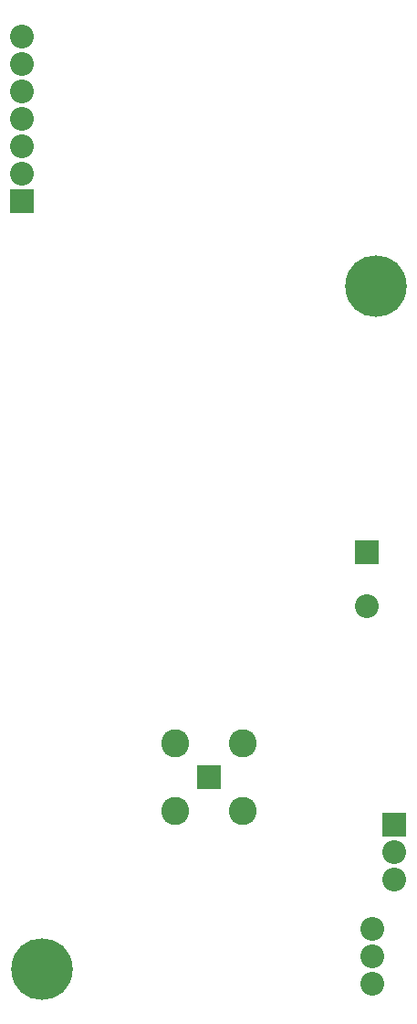
<source format=gbs>
G04*
G04 #@! TF.GenerationSoftware,Altium Limited,Altium Designer,19.1.8 (144)*
G04*
G04 Layer_Color=16711935*
%FSLAX25Y25*%
%MOIN*%
G70*
G01*
G75*
%ADD29R,0.08674X0.08674*%
%ADD30C,0.08674*%
%ADD31R,0.08674X0.08674*%
%ADD32C,0.10249*%
%ADD33C,0.22453*%
D29*
X231000Y272000D02*
D03*
X241000Y172500D02*
D03*
X105000Y400000D02*
D03*
D30*
X231000Y252315D02*
D03*
X241000Y162500D02*
D03*
Y152500D02*
D03*
X105000Y450000D02*
D03*
Y430000D02*
D03*
Y440000D02*
D03*
Y420000D02*
D03*
Y410000D02*
D03*
Y460000D02*
D03*
X233000Y114500D02*
D03*
Y124500D02*
D03*
Y134500D02*
D03*
D31*
X173250Y190000D02*
D03*
D32*
X160927Y202323D02*
D03*
X185573D02*
D03*
Y177677D02*
D03*
X160927D02*
D03*
D33*
X234500Y369000D02*
D03*
X112500Y120000D02*
D03*
M02*

</source>
